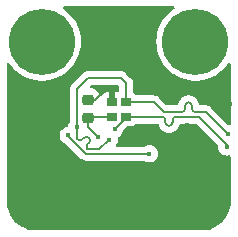
<source format=gbl>
G04 #@! TF.GenerationSoftware,KiCad,Pcbnew,(6.0.11-0)*
G04 #@! TF.CreationDate,2025-05-12T21:50:11-06:00*
G04 #@! TF.ProjectId,LightSensorPCB,4c696768-7453-4656-9e73-6f725043422e,rev?*
G04 #@! TF.SameCoordinates,Original*
G04 #@! TF.FileFunction,Copper,L2,Bot*
G04 #@! TF.FilePolarity,Positive*
%FSLAX46Y46*%
G04 Gerber Fmt 4.6, Leading zero omitted, Abs format (unit mm)*
G04 Created by KiCad (PCBNEW (6.0.11-0)) date 2025-05-12 21:50:11*
%MOMM*%
%LPD*%
G01*
G04 APERTURE LIST*
G04 Aperture macros list*
%AMRoundRect*
0 Rectangle with rounded corners*
0 $1 Rounding radius*
0 $2 $3 $4 $5 $6 $7 $8 $9 X,Y pos of 4 corners*
0 Add a 4 corners polygon primitive as box body*
4,1,4,$2,$3,$4,$5,$6,$7,$8,$9,$2,$3,0*
0 Add four circle primitives for the rounded corners*
1,1,$1+$1,$2,$3*
1,1,$1+$1,$4,$5*
1,1,$1+$1,$6,$7*
1,1,$1+$1,$8,$9*
0 Add four rect primitives between the rounded corners*
20,1,$1+$1,$2,$3,$4,$5,0*
20,1,$1+$1,$4,$5,$6,$7,0*
20,1,$1+$1,$6,$7,$8,$9,0*
20,1,$1+$1,$8,$9,$2,$3,0*%
G04 Aperture macros list end*
G04 #@! TA.AperFunction,ComponentPad*
%ADD10C,5.600000*%
G04 #@! TD*
G04 #@! TA.AperFunction,SMDPad,CuDef*
%ADD11R,0.812800X0.660400*%
G04 #@! TD*
G04 #@! TA.AperFunction,SMDPad,CuDef*
%ADD12RoundRect,0.225000X0.250000X-0.225000X0.250000X0.225000X-0.250000X0.225000X-0.250000X-0.225000X0*%
G04 #@! TD*
G04 #@! TA.AperFunction,ViaPad*
%ADD13C,0.450000*%
G04 #@! TD*
G04 #@! TA.AperFunction,Conductor*
%ADD14C,0.160000*%
G04 #@! TD*
G04 APERTURE END LIST*
D10*
X103500000Y-103500000D03*
X116500000Y-103500000D03*
D11*
X109403100Y-109853099D03*
X109403100Y-108653101D03*
X110596900Y-108653101D03*
X110596900Y-109853099D03*
D12*
X107400000Y-109975000D03*
X107400000Y-108425000D03*
D13*
X118800000Y-116400000D03*
X119000000Y-117800000D03*
X105000000Y-108600000D03*
X101000000Y-113000000D03*
X105200000Y-115000000D03*
X104000000Y-115200000D03*
X102600000Y-116200000D03*
X108000000Y-114800000D03*
X112600000Y-102400000D03*
X119400000Y-108800000D03*
X108220623Y-111581722D03*
X108800000Y-107600000D03*
X113200000Y-106200000D03*
X101400000Y-117200000D03*
X108800000Y-105800000D03*
X114600000Y-114000000D03*
X115800000Y-110600000D03*
X104400000Y-108200000D03*
X106800000Y-113600000D03*
X118800000Y-114800000D03*
X101200000Y-106800000D03*
X110400000Y-118200000D03*
X109200000Y-111800000D03*
X119253730Y-111346270D03*
X106453036Y-110759193D03*
X109643391Y-110902222D03*
X112600000Y-113000000D03*
X105727397Y-111446545D03*
X119167198Y-112426138D03*
D14*
X107521901Y-109853099D02*
X109403100Y-109853099D01*
X107400000Y-109975000D02*
X107400000Y-110761099D01*
X107400000Y-110761099D02*
X108220623Y-111581722D01*
X107400000Y-108425000D02*
X107975000Y-108425000D01*
X107975000Y-108425000D02*
X108800000Y-107600000D01*
X110200000Y-106600000D02*
X110600000Y-107000000D01*
X110596900Y-107003100D02*
X110600000Y-107000000D01*
X112960002Y-108653101D02*
X110596900Y-108653101D01*
X119253730Y-111346270D02*
X117400559Y-109493099D01*
X106500586Y-111791470D02*
X106500587Y-111791471D01*
X110596900Y-108653101D02*
X110596900Y-107003100D01*
X107400000Y-106600000D02*
X110200000Y-106600000D01*
X116206901Y-109193099D02*
X116206901Y-108952969D01*
X106453036Y-107546964D02*
X107400000Y-106600000D01*
X108360000Y-112640000D02*
X107349116Y-112640000D01*
X113800000Y-109493099D02*
X112960002Y-108653101D01*
X107349116Y-112215735D02*
X107491643Y-112073207D01*
X109200000Y-111800000D02*
X108360000Y-112640000D01*
X107349115Y-112215735D02*
X107349116Y-112215735D01*
X107067378Y-111648942D02*
X107067378Y-111648943D01*
X106453036Y-110759193D02*
X106453036Y-107546964D01*
X113800000Y-109493099D02*
X115306901Y-109493099D01*
X107067378Y-111648943D02*
X106924850Y-111791470D01*
X117400559Y-109493099D02*
X116506901Y-109493099D01*
X106453036Y-111743920D02*
X106453036Y-110759193D01*
X106500587Y-111791471D02*
X106453036Y-111743920D01*
X115606901Y-108952969D02*
X115606901Y-109193099D01*
X107067368Y-111648932D02*
G75*
G02*
X107491643Y-111648943I212132J-212168D01*
G01*
X115606869Y-108952969D02*
G75*
G02*
X115906901Y-108652969I300031J-31D01*
G01*
X106500587Y-111791469D02*
G75*
G03*
X106924849Y-111791469I212131J212131D01*
G01*
X107349148Y-112215768D02*
G75*
G03*
X107349116Y-112640000I212052J-212132D01*
G01*
X107491618Y-111648968D02*
G75*
G02*
X107491643Y-112073207I-212118J-212132D01*
G01*
X115906901Y-108652999D02*
G75*
G02*
X116206901Y-108952969I-1J-300001D01*
G01*
X115306901Y-109493101D02*
G75*
G03*
X115606901Y-109193099I-1J300001D01*
G01*
X116206901Y-109193099D02*
G75*
G03*
X116506901Y-109493099I299999J-1D01*
G01*
X116799599Y-109853099D02*
X114853099Y-109853099D01*
X119167198Y-112221404D02*
X116799599Y-109853805D01*
X110596900Y-109948713D02*
X109643391Y-110902222D01*
X105727397Y-111446545D02*
X105727397Y-111527397D01*
X113953099Y-110341880D02*
X113953099Y-110153099D01*
X113653099Y-109853099D02*
X110596900Y-109853099D01*
X116799599Y-109853805D02*
X116799599Y-109853099D01*
X114553099Y-110153099D02*
X114553099Y-110341880D01*
X107200000Y-113000000D02*
X112600000Y-113000000D01*
X119167198Y-112426138D02*
X119167198Y-112221404D01*
X105727397Y-111527397D02*
X107200000Y-113000000D01*
X114253099Y-110641899D02*
G75*
G03*
X114553099Y-110341880I1J299999D01*
G01*
X113653099Y-109853101D02*
G75*
G02*
X113953099Y-110153099I1J-299999D01*
G01*
X113953120Y-110341880D02*
G75*
G03*
X114253099Y-110641880I299980J-20D01*
G01*
X114553099Y-110153099D02*
G75*
G02*
X114853099Y-109853099I300001J-1D01*
G01*
G04 #@! TA.AperFunction,Conductor*
G36*
X114668127Y-100528502D02*
G01*
X114714620Y-100582158D01*
X114724724Y-100652432D01*
X114695230Y-100717012D01*
X114664715Y-100742614D01*
X114647193Y-100753101D01*
X114644467Y-100755163D01*
X114644465Y-100755164D01*
X114638620Y-100759585D01*
X114361367Y-100969270D01*
X114100559Y-101215043D01*
X113867819Y-101487546D01*
X113865900Y-101490358D01*
X113865897Y-101490363D01*
X113772624Y-101627097D01*
X113665871Y-101783591D01*
X113497077Y-102099714D01*
X113363411Y-102432218D01*
X113362491Y-102435492D01*
X113362489Y-102435497D01*
X113360332Y-102443173D01*
X113266437Y-102777213D01*
X113265875Y-102780570D01*
X113265875Y-102780571D01*
X113230931Y-102989392D01*
X113207290Y-103130663D01*
X113186661Y-103488434D01*
X113204792Y-103846340D01*
X113205329Y-103849695D01*
X113205330Y-103849701D01*
X113210316Y-103880828D01*
X113261470Y-104200195D01*
X113356033Y-104545859D01*
X113487374Y-104879288D01*
X113653957Y-105196582D01*
X113655858Y-105199411D01*
X113655864Y-105199421D01*
X113786858Y-105394359D01*
X113853834Y-105494029D01*
X114084665Y-105768150D01*
X114343751Y-106015738D01*
X114628061Y-106233897D01*
X114660056Y-106253350D01*
X114931355Y-106418303D01*
X114931360Y-106418306D01*
X114934270Y-106420075D01*
X114937358Y-106421521D01*
X114937357Y-106421521D01*
X115255710Y-106570649D01*
X115255720Y-106570653D01*
X115258794Y-106572093D01*
X115262012Y-106573195D01*
X115262015Y-106573196D01*
X115594615Y-106687071D01*
X115594623Y-106687073D01*
X115597838Y-106688174D01*
X115947435Y-106766959D01*
X115999728Y-106772917D01*
X116300114Y-106807142D01*
X116300122Y-106807142D01*
X116303497Y-106807527D01*
X116306901Y-106807545D01*
X116306904Y-106807545D01*
X116501227Y-106808562D01*
X116661857Y-106809403D01*
X116665243Y-106809053D01*
X116665245Y-106809053D01*
X117014932Y-106772917D01*
X117014941Y-106772916D01*
X117018324Y-106772566D01*
X117021657Y-106771852D01*
X117021660Y-106771851D01*
X117194186Y-106734864D01*
X117368727Y-106697446D01*
X117708968Y-106584922D01*
X118035066Y-106436311D01*
X118129052Y-106380506D01*
X118340262Y-106255099D01*
X118340267Y-106255096D01*
X118343207Y-106253350D01*
X118629786Y-106038180D01*
X118891451Y-105793319D01*
X119125140Y-105521630D01*
X119261660Y-105322992D01*
X119316728Y-105278181D01*
X119387281Y-105270256D01*
X119450919Y-105301733D01*
X119487436Y-105362618D01*
X119491500Y-105394359D01*
X119491500Y-110447585D01*
X119471498Y-110515706D01*
X119417842Y-110562199D01*
X119347568Y-110572303D01*
X119282988Y-110542809D01*
X119276405Y-110536680D01*
X117849806Y-109110081D01*
X117838939Y-109097690D01*
X117825308Y-109079926D01*
X117820282Y-109073376D01*
X117697348Y-108979045D01*
X117626647Y-108949760D01*
X117554189Y-108919746D01*
X117546002Y-108918668D01*
X117546001Y-108918668D01*
X117408748Y-108900599D01*
X117400559Y-108899521D01*
X117370175Y-108903521D01*
X117353729Y-108904599D01*
X116909126Y-108904599D01*
X116841005Y-108884597D01*
X116794512Y-108830941D01*
X116783734Y-108790967D01*
X116783136Y-108784901D01*
X116783135Y-108784895D01*
X116782529Y-108778745D01*
X116780733Y-108772826D01*
X116780732Y-108772821D01*
X116733510Y-108617198D01*
X116733507Y-108617190D01*
X116731713Y-108611277D01*
X116649205Y-108456940D01*
X116538173Y-108321664D01*
X116402886Y-108210646D01*
X116248541Y-108128152D01*
X116242616Y-108126355D01*
X116242614Y-108126354D01*
X116086996Y-108079151D01*
X116086995Y-108079151D01*
X116081068Y-108077353D01*
X115933360Y-108062806D01*
X115929285Y-108062338D01*
X115906903Y-108059391D01*
X115885415Y-108062220D01*
X115881383Y-108062683D01*
X115811595Y-108069556D01*
X115738890Y-108076716D01*
X115738886Y-108076717D01*
X115732731Y-108077323D01*
X115726812Y-108079118D01*
X115726809Y-108079119D01*
X115571182Y-108126324D01*
X115571179Y-108126325D01*
X115565252Y-108128123D01*
X115559786Y-108131044D01*
X115559787Y-108131044D01*
X115416358Y-108207702D01*
X115416355Y-108207704D01*
X115410901Y-108210619D01*
X115275608Y-108321640D01*
X115271679Y-108326427D01*
X115271677Y-108326429D01*
X115237313Y-108368297D01*
X115164572Y-108456921D01*
X115082059Y-108611264D01*
X115031241Y-108778738D01*
X115030634Y-108784895D01*
X115030036Y-108790961D01*
X115003447Y-108856790D01*
X114945489Y-108897795D01*
X114904644Y-108904599D01*
X114095955Y-108904599D01*
X114027834Y-108884597D01*
X114006859Y-108867694D01*
X113409245Y-108270079D01*
X113398384Y-108257695D01*
X113379725Y-108233378D01*
X113256791Y-108139047D01*
X113226075Y-108126324D01*
X113197492Y-108114485D01*
X113197490Y-108114484D01*
X113135880Y-108088964D01*
X113113632Y-108079748D01*
X113105445Y-108078670D01*
X113105444Y-108078670D01*
X112968191Y-108060601D01*
X112960002Y-108059523D01*
X112929618Y-108063523D01*
X112913172Y-108064601D01*
X111508252Y-108064601D01*
X111440131Y-108044599D01*
X111407426Y-108014166D01*
X111371942Y-107966820D01*
X111366561Y-107959640D01*
X111278835Y-107893893D01*
X111257189Y-107877670D01*
X111257188Y-107877670D01*
X111250005Y-107872286D01*
X111248334Y-107871660D01*
X111200745Y-107823964D01*
X111185400Y-107763702D01*
X111185400Y-107070378D01*
X111186478Y-107053932D01*
X111192500Y-107008189D01*
X111192500Y-107008188D01*
X111193578Y-107000000D01*
X111173353Y-106846370D01*
X111114053Y-106703211D01*
X111102515Y-106688174D01*
X111043406Y-106611141D01*
X111043404Y-106611139D01*
X111019723Y-106580277D01*
X110995409Y-106561620D01*
X110983018Y-106550753D01*
X110649247Y-106216982D01*
X110638380Y-106204591D01*
X110624749Y-106186827D01*
X110619723Y-106180277D01*
X110496789Y-106085946D01*
X110489156Y-106082784D01*
X110437490Y-106061384D01*
X110437488Y-106061383D01*
X110375859Y-106035855D01*
X110353630Y-106026647D01*
X110345443Y-106025569D01*
X110345442Y-106025569D01*
X110208189Y-106007500D01*
X110200000Y-106006422D01*
X110169616Y-106010422D01*
X110153170Y-106011500D01*
X107446829Y-106011500D01*
X107430383Y-106010422D01*
X107408188Y-106007500D01*
X107400000Y-106006422D01*
X107246370Y-106026648D01*
X107238739Y-106029809D01*
X107218529Y-106038180D01*
X107110843Y-106082784D01*
X107110838Y-106082787D01*
X107103211Y-106085946D01*
X106980277Y-106180277D01*
X106975251Y-106186827D01*
X106961620Y-106204591D01*
X106950753Y-106216982D01*
X106070018Y-107097717D01*
X106057627Y-107108584D01*
X106033313Y-107127241D01*
X105938982Y-107250175D01*
X105919674Y-107296789D01*
X105879683Y-107393334D01*
X105878606Y-107401518D01*
X105878605Y-107401520D01*
X105860536Y-107538775D01*
X105859458Y-107546964D01*
X105860536Y-107555152D01*
X105863458Y-107577348D01*
X105864536Y-107593794D01*
X105864536Y-110281158D01*
X105844447Y-110349413D01*
X105791874Y-110430990D01*
X105789463Y-110437613D01*
X105789462Y-110437616D01*
X105738002Y-110579002D01*
X105738001Y-110579007D01*
X105735592Y-110585625D01*
X105734709Y-110592617D01*
X105732428Y-110610671D01*
X105704046Y-110675747D01*
X105644987Y-110715149D01*
X105620594Y-110720189D01*
X105568892Y-110725623D01*
X105562226Y-110727892D01*
X105562223Y-110727893D01*
X105419779Y-110776385D01*
X105419776Y-110776386D01*
X105413112Y-110778655D01*
X105272952Y-110864882D01*
X105267919Y-110869811D01*
X105162358Y-110973184D01*
X105155379Y-110980018D01*
X105066235Y-111118342D01*
X105063824Y-111124965D01*
X105063823Y-111124968D01*
X105012363Y-111266354D01*
X105012362Y-111266359D01*
X105009953Y-111272977D01*
X104989328Y-111436239D01*
X105005386Y-111600013D01*
X105057329Y-111756160D01*
X105142576Y-111896918D01*
X105256888Y-112015292D01*
X105394586Y-112105399D01*
X105401190Y-112107855D01*
X105401198Y-112107859D01*
X105493895Y-112142333D01*
X105539070Y-112171335D01*
X106750753Y-113383018D01*
X106761620Y-113395409D01*
X106780277Y-113419723D01*
X106903211Y-113514054D01*
X106996046Y-113552507D01*
X107046370Y-113573352D01*
X107200000Y-113593578D01*
X107208188Y-113592500D01*
X107230383Y-113589578D01*
X107246829Y-113588500D01*
X112122115Y-113588500D01*
X112191108Y-113609068D01*
X112267189Y-113658854D01*
X112421428Y-113716215D01*
X112428409Y-113717146D01*
X112428411Y-113717147D01*
X112577561Y-113737048D01*
X112577565Y-113737048D01*
X112584542Y-113737979D01*
X112591553Y-113737341D01*
X112591557Y-113737341D01*
X112741403Y-113723704D01*
X112741404Y-113723704D01*
X112748424Y-113723065D01*
X112777062Y-113713760D01*
X112898230Y-113674390D01*
X112898233Y-113674389D01*
X112904929Y-113672213D01*
X113046279Y-113587951D01*
X113165449Y-113474468D01*
X113169350Y-113468597D01*
X113252614Y-113343275D01*
X113252615Y-113343273D01*
X113256515Y-113337403D01*
X113314951Y-113183568D01*
X113328460Y-113087448D01*
X113337302Y-113024534D01*
X113337303Y-113024527D01*
X113337853Y-113020610D01*
X113338141Y-113000000D01*
X113319798Y-112836466D01*
X113265680Y-112681060D01*
X113178476Y-112541505D01*
X113120499Y-112483122D01*
X113067486Y-112429737D01*
X113067482Y-112429734D01*
X113062522Y-112424739D01*
X112923580Y-112336563D01*
X112874447Y-112319068D01*
X112775189Y-112283723D01*
X112775187Y-112283722D01*
X112768555Y-112281361D01*
X112761569Y-112280528D01*
X112761565Y-112280527D01*
X112647071Y-112266875D01*
X112605153Y-112261877D01*
X112598150Y-112262613D01*
X112598149Y-112262613D01*
X112554935Y-112267155D01*
X112441495Y-112279078D01*
X112434827Y-112281348D01*
X112292382Y-112329840D01*
X112292379Y-112329841D01*
X112285715Y-112332110D01*
X112212757Y-112376994D01*
X112187035Y-112392818D01*
X112121013Y-112411500D01*
X109909394Y-112411500D01*
X109841273Y-112391498D01*
X109794780Y-112337842D01*
X109784676Y-112267568D01*
X109804446Y-112215773D01*
X109852614Y-112143275D01*
X109852615Y-112143273D01*
X109856515Y-112137403D01*
X109914951Y-111983568D01*
X109937853Y-111820610D01*
X109938141Y-111800000D01*
X109924115Y-111674954D01*
X109936399Y-111605029D01*
X109984813Y-111552681D01*
X110083621Y-111493780D01*
X110083627Y-111493775D01*
X110089670Y-111490173D01*
X110208840Y-111376690D01*
X110212741Y-111370819D01*
X110296005Y-111245497D01*
X110296006Y-111245495D01*
X110299906Y-111239625D01*
X110358342Y-111085790D01*
X110363309Y-111050449D01*
X110392598Y-110985775D01*
X110398988Y-110978890D01*
X110649174Y-110728704D01*
X110711486Y-110694678D01*
X110738269Y-110691799D01*
X111051434Y-110691799D01*
X111113616Y-110685044D01*
X111250005Y-110633914D01*
X111366561Y-110546560D01*
X111407426Y-110492034D01*
X111464285Y-110449519D01*
X111508252Y-110441599D01*
X113261440Y-110441599D01*
X113329561Y-110461601D01*
X113376054Y-110515257D01*
X113382017Y-110531030D01*
X113425908Y-110675747D01*
X113428262Y-110683510D01*
X113510760Y-110837870D01*
X113621788Y-110973168D01*
X113626569Y-110977092D01*
X113626571Y-110977094D01*
X113698767Y-111036347D01*
X113757078Y-111084205D01*
X113762533Y-111087121D01*
X113905980Y-111163800D01*
X113905983Y-111163801D01*
X113911432Y-111166714D01*
X114078918Y-111217523D01*
X114085077Y-111218130D01*
X114085079Y-111218130D01*
X114227542Y-111232162D01*
X114231636Y-111232633D01*
X114244907Y-111234380D01*
X114244909Y-111234380D01*
X114253097Y-111235458D01*
X114261285Y-111234380D01*
X114261286Y-111234380D01*
X114273994Y-111232707D01*
X114278090Y-111232236D01*
X114421118Y-111218149D01*
X114427281Y-111217542D01*
X114433202Y-111215746D01*
X114433206Y-111215745D01*
X114588851Y-111168529D01*
X114588852Y-111168528D01*
X114594771Y-111166733D01*
X114600223Y-111163818D01*
X114600227Y-111163817D01*
X114743670Y-111087141D01*
X114749129Y-111084223D01*
X114807463Y-111036347D01*
X114879637Y-110977113D01*
X114879638Y-110977112D01*
X114884424Y-110973184D01*
X114995454Y-110837882D01*
X115077955Y-110683518D01*
X115083203Y-110666216D01*
X115105524Y-110592617D01*
X115124203Y-110531029D01*
X115163114Y-110471647D01*
X115227954Y-110442727D01*
X115244779Y-110441599D01*
X116502938Y-110441599D01*
X116571059Y-110461601D01*
X116592033Y-110478504D01*
X117495079Y-111381549D01*
X118396724Y-112283194D01*
X118430749Y-112345506D01*
X118432635Y-112388080D01*
X118429129Y-112415832D01*
X118445187Y-112579606D01*
X118497130Y-112735753D01*
X118500779Y-112741778D01*
X118558125Y-112836466D01*
X118582377Y-112876511D01*
X118696689Y-112994885D01*
X118834387Y-113084992D01*
X118988626Y-113142353D01*
X118995607Y-113143284D01*
X118995609Y-113143285D01*
X119144759Y-113163186D01*
X119144763Y-113163186D01*
X119151740Y-113164117D01*
X119158751Y-113163479D01*
X119158755Y-113163479D01*
X119308601Y-113149842D01*
X119308602Y-113149842D01*
X119315622Y-113149203D01*
X119322324Y-113147025D01*
X119322326Y-113147025D01*
X119326567Y-113145647D01*
X119397534Y-113143621D01*
X119458331Y-113180285D01*
X119489655Y-113243998D01*
X119491500Y-113265481D01*
X119491500Y-116950633D01*
X119490000Y-116970018D01*
X119487690Y-116984851D01*
X119487690Y-116984855D01*
X119486309Y-116993724D01*
X119488558Y-117010919D01*
X119489391Y-117034863D01*
X119473794Y-117292710D01*
X119471960Y-117307814D01*
X119420477Y-117588754D01*
X119416836Y-117603527D01*
X119331859Y-117876227D01*
X119326466Y-117890445D01*
X119209243Y-118150906D01*
X119202172Y-118164379D01*
X119054405Y-118408813D01*
X119045762Y-118421334D01*
X118869615Y-118646171D01*
X118859525Y-118657560D01*
X118657560Y-118859525D01*
X118646171Y-118869615D01*
X118421334Y-119045762D01*
X118408813Y-119054405D01*
X118164379Y-119202172D01*
X118150908Y-119209242D01*
X117890445Y-119326466D01*
X117876231Y-119331858D01*
X117603527Y-119416836D01*
X117588760Y-119420475D01*
X117379786Y-119458771D01*
X117307814Y-119471960D01*
X117292710Y-119473794D01*
X117042096Y-119488953D01*
X117015284Y-119487692D01*
X117015148Y-119487690D01*
X117006276Y-119486309D01*
X116997374Y-119487473D01*
X116997372Y-119487473D01*
X116982707Y-119489391D01*
X116974714Y-119490436D01*
X116958379Y-119491500D01*
X103049367Y-119491500D01*
X103029982Y-119490000D01*
X103015149Y-119487690D01*
X103015145Y-119487690D01*
X103006276Y-119486309D01*
X102989077Y-119488558D01*
X102965137Y-119489391D01*
X102707290Y-119473794D01*
X102692186Y-119471960D01*
X102620214Y-119458771D01*
X102411240Y-119420475D01*
X102396473Y-119416836D01*
X102123769Y-119331858D01*
X102109555Y-119326466D01*
X101849092Y-119209242D01*
X101835621Y-119202172D01*
X101591187Y-119054405D01*
X101578666Y-119045762D01*
X101353829Y-118869615D01*
X101342440Y-118859525D01*
X101140475Y-118657560D01*
X101130385Y-118646171D01*
X100954238Y-118421334D01*
X100945595Y-118408813D01*
X100797828Y-118164379D01*
X100790757Y-118150906D01*
X100673534Y-117890445D01*
X100668141Y-117876227D01*
X100583164Y-117603527D01*
X100579523Y-117588754D01*
X100528040Y-117307814D01*
X100526206Y-117292710D01*
X100511269Y-117045768D01*
X100512520Y-117022216D01*
X100512334Y-117022199D01*
X100512769Y-117017350D01*
X100513576Y-117012552D01*
X100513729Y-117000000D01*
X100509773Y-116972376D01*
X100508500Y-116954514D01*
X100508500Y-105393535D01*
X100528502Y-105325414D01*
X100582158Y-105278921D01*
X100652432Y-105268817D01*
X100717012Y-105298311D01*
X100739080Y-105323258D01*
X100853834Y-105494029D01*
X101084665Y-105768150D01*
X101343751Y-106015738D01*
X101628061Y-106233897D01*
X101660056Y-106253350D01*
X101931355Y-106418303D01*
X101931360Y-106418306D01*
X101934270Y-106420075D01*
X101937358Y-106421521D01*
X101937357Y-106421521D01*
X102255710Y-106570649D01*
X102255720Y-106570653D01*
X102258794Y-106572093D01*
X102262012Y-106573195D01*
X102262015Y-106573196D01*
X102594615Y-106687071D01*
X102594623Y-106687073D01*
X102597838Y-106688174D01*
X102947435Y-106766959D01*
X102999728Y-106772917D01*
X103300114Y-106807142D01*
X103300122Y-106807142D01*
X103303497Y-106807527D01*
X103306901Y-106807545D01*
X103306904Y-106807545D01*
X103501227Y-106808562D01*
X103661857Y-106809403D01*
X103665243Y-106809053D01*
X103665245Y-106809053D01*
X104014932Y-106772917D01*
X104014941Y-106772916D01*
X104018324Y-106772566D01*
X104021657Y-106771852D01*
X104021660Y-106771851D01*
X104194186Y-106734864D01*
X104368727Y-106697446D01*
X104708968Y-106584922D01*
X105035066Y-106436311D01*
X105129052Y-106380506D01*
X105340262Y-106255099D01*
X105340267Y-106255096D01*
X105343207Y-106253350D01*
X105629786Y-106038180D01*
X105891451Y-105793319D01*
X106125140Y-105521630D01*
X106234426Y-105362618D01*
X106326190Y-105229101D01*
X106326195Y-105229094D01*
X106328120Y-105226292D01*
X106329732Y-105223298D01*
X106329737Y-105223290D01*
X106496395Y-104913772D01*
X106498017Y-104910760D01*
X106632842Y-104578724D01*
X106643142Y-104542568D01*
X106663527Y-104471006D01*
X106731020Y-104234070D01*
X106791401Y-103880828D01*
X106793511Y-103846340D01*
X106813168Y-103524928D01*
X106813278Y-103523131D01*
X106813359Y-103500000D01*
X106793979Y-103142159D01*
X106736066Y-102788505D01*
X106640297Y-102443173D01*
X106637243Y-102435497D01*
X106509052Y-102113369D01*
X106507793Y-102110205D01*
X106439016Y-101980308D01*
X106341702Y-101796513D01*
X106341698Y-101796506D01*
X106340103Y-101793494D01*
X106139190Y-101496746D01*
X105907403Y-101223432D01*
X105647454Y-100976750D01*
X105456448Y-100831242D01*
X105365091Y-100761647D01*
X105365089Y-100761646D01*
X105362384Y-100759585D01*
X105359466Y-100757825D01*
X105359459Y-100757820D01*
X105333880Y-100742390D01*
X105285881Y-100690077D01*
X105273785Y-100620118D01*
X105301432Y-100554726D01*
X105360044Y-100514661D01*
X105398962Y-100508500D01*
X114600006Y-100508500D01*
X114668127Y-100528502D01*
G37*
G04 #@! TD.AperFunction*
G04 #@! TA.AperFunction,Conductor*
G36*
X109950521Y-107208502D02*
G01*
X109997014Y-107262158D01*
X110008400Y-107314500D01*
X110008400Y-107690855D01*
X109988398Y-107758976D01*
X109934742Y-107805469D01*
X109868792Y-107816118D01*
X109860986Y-107815270D01*
X109854172Y-107814901D01*
X109675215Y-107814901D01*
X109659976Y-107819376D01*
X109658771Y-107820766D01*
X109657100Y-107828449D01*
X109657100Y-108781101D01*
X109637098Y-108849222D01*
X109583442Y-108895715D01*
X109531100Y-108907101D01*
X109275100Y-108907101D01*
X109206979Y-108887099D01*
X109160486Y-108833443D01*
X109149100Y-108781101D01*
X109149100Y-107833017D01*
X109144625Y-107817778D01*
X109143235Y-107816573D01*
X109135552Y-107814902D01*
X108952031Y-107814902D01*
X108945210Y-107815272D01*
X108894348Y-107820796D01*
X108879096Y-107824422D01*
X108758646Y-107869577D01*
X108743051Y-107878115D01*
X108640976Y-107954616D01*
X108628415Y-107967177D01*
X108576584Y-108036335D01*
X108519725Y-108078850D01*
X108448906Y-108083876D01*
X108386613Y-108049816D01*
X108356234Y-108000646D01*
X108320619Y-107893893D01*
X108314445Y-107880714D01*
X108232212Y-107747827D01*
X108223176Y-107736426D01*
X108112571Y-107626014D01*
X108101160Y-107617002D01*
X107968120Y-107534996D01*
X107954939Y-107528849D01*
X107806186Y-107479509D01*
X107792810Y-107476642D01*
X107701903Y-107467328D01*
X107695486Y-107467000D01*
X107669455Y-107467000D01*
X107601334Y-107446998D01*
X107554841Y-107393342D01*
X107544737Y-107323068D01*
X107574231Y-107258488D01*
X107580360Y-107251905D01*
X107606860Y-107225405D01*
X107669172Y-107191379D01*
X107695955Y-107188500D01*
X109882400Y-107188500D01*
X109950521Y-107208502D01*
G37*
G04 #@! TD.AperFunction*
M02*

</source>
